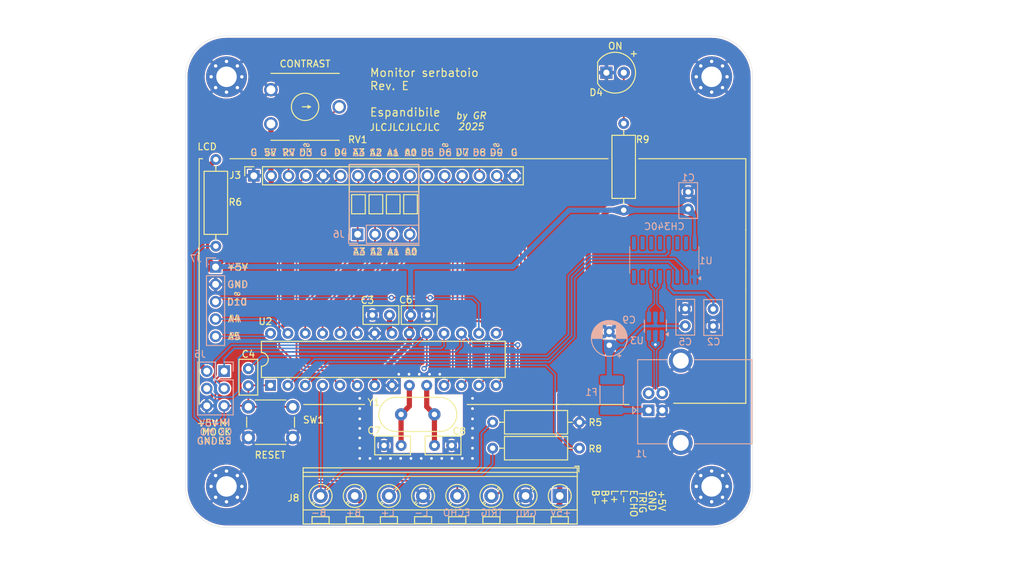
<source format=kicad_pcb>
(kicad_pcb (version 20241229) (generator "pcbnew") (generator_version "9.0")
  (title_block (title "Scheda livello serbatoio") (date "2024-05-05") (rev "D"))
  (layers (0 "F.Cu" signal) (2 "B.Cu" signal) (13 "F.Paste" user) (15 "B.Paste" user) (5 "F.SilkS" user "F.Silkscreen") (7 "B.SilkS" user "B.Silkscreen") (1 "F.Mask" user) (3 "B.Mask" user) (25 "Edge.Cuts" user))
  (net 0 "")
  (net 1 "Net-(U1-V3)")
  (net 2 "Net-(U2-AREF)")
  (net 3 "DTR")
  (net 4 "VDD")
  (net 5 "Net-(D4-A)")
  (net 6 "D12")
  (net 7 "D11")
  (net 8 "V0")
  (net 9 "D3")
  (net 10 "D4")
  (net 11 "DB0")
  (net 12 "DB1")
  (net 13 "DB2")
  (net 14 "DB3")
  (net 15 "D5")
  (net 16 "D6")
  (net 17 "D7")
  (net 18 "D8")
  (net 19 "BLA")
  (net 20 "D2")
  (net 21 "Net-(J1-VBUS)")
  (net 22 "TX")
  (net 23 "RX")
  (net 24 "D13")
  (net 29 "ICSP_RST")
  (net 30 "/X1")
  (net 31 "/X2")
  (net 32 "GND")
  (net 33 "D_IN_-")
  (net 34 "D_IN_+")
  (net 35 "D_OUT_-")
  (net 36 "D_OUT_+")
  (net 37 "D10")
  (net 38 "A5")
  (net 39 "A4")
  (net 40 "A3")
  (net 41 "A2")
  (net 42 "A1")
  (net 43 "A0")
  (net 46 "unconnected-(U1-~{CTS}-Pad9)")
  (net 47 "unconnected-(U1-~{RTS}-Pad14)")
  (net 48 "Net-(J8-Pin_6)")
  (footprint "simboli_custom:Trimmer_ACP_470" (layer "F.Cu") (at 104.5 78.4 -90)
    (property "Reference" "RV1")
    (property "Value" "POT_LCDC")
  )
  (footprint "MountingHole:MountingHole_3mm_Pad_Via" (layer "F.Cu") (at 93 74)
    (property "Reference" "H1" (hide yes))
    (property "Value" "HOLE1")
  )
  (footprint "MountingHole:MountingHole_3mm_Pad_Via" (layer "F.Cu") (at 164 74)
    (property "Reference" "H2" (hide yes))
    (property "Value" "HOLE2")
  )
  (footprint "MountingHole:MountingHole_3mm_Pad_Via" (layer "F.Cu") (at 164 134)
    (property "Reference" "H3" (hide yes))
    (property "Value" "HOLE3")
  )
  (footprint "MountingHole:MountingHole_3mm_Pad_Via" (layer "F.Cu") (at 93 134)
    (property "Reference" "H4" (hide yes))
    (property "Value" "HOLE4")
  )
  (footprint "Package_DIP:DIP-28_W7.62mm" (layer "F.Cu") (at 99.44 119.2 90)
    (property "Reference" "U2")
    (property "Value" "ATmega328P-PU" (hide yes))
  )
  (footprint "simboli_custom:Crystal_TH_AS16_5mm" (layer "F.Cu") (at 120.99 123.45 180)
    (property "Reference" "Y1")
    (property "Value" "16MHz" (hide yes))
  )
  (footprint "Capacitor_THT:C_Disc_D5.0mm_W2.5mm_P2.50mm" (layer "F.Cu") (at 116.85 108.9 180)
    (property "Reference" "C3")
    (property "Value" "100nF" (hide yes))
  )
  (footprint "Capacitor_THT:C_Disc_D5.0mm_W2.5mm_P2.50mm" (layer "F.Cu") (at 116.06 128)
    (property "Reference" "C7")
    (property "Value" "22pF" (hide yes))
  )
  (footprint "Capacitor_THT:C_Disc_D5.0mm_W2.5mm_P2.50mm" (layer "F.Cu") (at 125.94 128 180)
    (property "Reference" "C8")
    (property "Value" "22pF" (hide yes))
  )
  (footprint "LED_THT:LED_D5.0mm" (layer "F.Cu") (at 148.6 73.4)
    (property "Reference" "D4")
    (property "Value" "LED_ON")
  )
  (footprint "Resistor_THT:R_Axial_DIN0309_L9.0mm_D3.2mm_P12.70mm_Horizontal" (layer "F.Cu") (at 91.44 86.11 -90)
    (property "Reference" "R6")
    (property "Value" "10k" (hide yes))
  )
  (footprint "Capacitor_THT:C_Disc_D5.0mm_W2.5mm_P2.50mm" (layer "F.Cu") (at 119.95 108.9)
    (property "Reference" "C6")
    (property "Value" "100nF" (hide yes))
  )
  (footprint "Resistor_THT:R_Axial_DIN0309_L9.0mm_D3.2mm_P12.70mm_Horizontal" (layer "F.Cu") (at 144.65 128.4 180)
    (property "Reference" "R8")
    (property "Value" "330" (hide yes))
  )
  (footprint "Resistor_THT:R_Axial_DIN0309_L9.0mm_D3.2mm_P12.70mm_Horizontal" (layer "F.Cu") (at 151.13 80.84 -90)
    (property "Reference" "R9")
    (property "Value" "5k")
  )
  (footprint "Jumper:SolderJumper-2_P1.3mm_Open_Pad1.0x1.5mm" (layer "F.Cu") (at 114.86 92.67 90)
    (property "Reference" "JP2" (hide yes))
    (property "Value" "A1J")
  )
  (footprint "Connector_PinSocket_2.54mm:PinSocket_1x16_P2.54mm_Vertical" (layer "F.Cu") (at 97 88.5 90)
    (property "Reference" "J3")
    (property "Value" "CONN_LCD")
  )
  (footprint "Jumper:SolderJumper-2_P1.3mm_Open_Pad1.0x1.5mm" (layer "F.Cu") (at 117.4 92.67 90)
    (property "Reference" "JP3" (hide yes))
    (property "Value" "A2J")
  )
  (footprint "Jumper:SolderJumper-2_P1.3mm_Open_Pad1.0x1.5mm" (layer "F.Cu") (at 119.93 92.67 90)
    (property "Reference" "JP4" (hide yes))
    (property "Value" "A3J")
  )
  (footprint "Jumper:SolderJumper-2_P1.3mm_Open_Pad1.0x1.5mm" (layer "F.Cu") (at 112.31 92.67 90)
    (property "Reference" "JP1" (hide yes))
    (property "Value" "A0J")
  )
  (footprint "Capacitor_THT:C_Disc_D5.0mm_W2.5mm_P2.50mm" (layer "F.Cu") (at 96.2 119.25 90)
    (property "Reference" "C4")
    (property "Value" "100nF" (hide yes))
  )
  (footprint "Button_Switch_THT:SW_PUSH_6mm_H5mm" (layer "F.Cu") (at 102.7 126.84 180)
    (property "Reference" "SW1")
    (property "Value" "SW_RST")
  )
  (footprint "Resistor_THT:R_Axial_DIN0309_L9.0mm_D3.2mm_P12.70mm_Horizontal" (layer "F.Cu") (at 131.95 124.6)
    (property "Reference" "R5")
    (property "Value" "10k")
  )
  (footprint "TerminalBlock_RND:TerminalBlock_RND_205-00051_1x08_P5.00mm_Horizontal" (layer "F.Cu") (at 141.77 135.39 180)
    (property "Reference" "J8")
    (property "Value" "Ext_connections" (hide yes))
  )
  (footprint "Connector_PinHeader_2.54mm:PinHeader_2x03_P2.54mm_Vertical" (layer "B.Cu") (at 92.655 117.115 180)
    (property "Reference" "J5")
    (property "Value" "ICSP")
  )
  (footprint "simboli_custom:USB_B_OST_USB-B1HSxx_Horizontal" (layer "B.Cu") (at 154.77 122.85)
    (property "Reference" "J1")
    (property "Value" "USB_B")
  )
  (footprint "Capacitor_THT:C_Disc_D5.0mm_W2.5mm_P2.50mm" (layer "B.Cu") (at 164.22 108.01 -90)
    (property "Reference" "C2")
    (property "Value" "100nF")
  )
  (footprint "Package_TO_SOT_SMD:SOT-23-6_Handsoldering" (layer "B.Cu") (at 155.77 110.52 90)
    (property "Reference" "U3")
    (property "Value" "USBLC6-2SC6")
  )
  (footprint "Capacitor_THT:C_Disc_D5.0mm_W2.5mm_P2.50mm" (layer "B.Cu") (at 160.14 107.97 -90)
    (property "Reference" "C5")
    (property "Value" "100nF")
  )
  (footprint "Connector_PinSocket_2.54mm:PinSocket_1x05_P2.54mm_Vertical" (layer "B.Cu") (at 91.4 101.86 180)
    (property "Reference" "J7")
    (property "Value" "Exp_Analog")
  )
  (footprint "Connector_PinSocket_2.54mm:PinSocket_1x04_P2.54mm_Vertical" (layer "B.Cu") (at 112.2 97.065 -90)
    (property "Reference" "J6")
    (property "Value" "Exp_Analog_2")
  )
  (footprint "Capacitor_THT:C_Disc_D5.0mm_W2.5mm_P2.50mm" (layer "B.Cu") (at 160.57 90.87 -90)
    (property "Reference" "C1")
    (property "Value" "100nF")
  )
  (footprint "Capacitor_THT:CP_Radial_D5.0mm_P2.00mm" (layer "B.Cu") (at 149.017613 113.32 90)
    (property "Reference" "C9")
    (property "Value" "100uF")
  )
  (footprint "simboli_custom:MF-MSMF_1812_4532Metric_Pad1.30x3.40mm_HandSolder" (layer "B.Cu") (at 149.37 120.62 -90)
    (property "Reference" "F1")
    (property "Value" "MF-MSMF050-2")
  )
  (footprint "Package_SO:SOIC-16_3.9x9.9mm_P1.27mm" (layer "B.Cu") (at 157.07 100.82 90)
    (property "Reference" "U1")
    (property "Value" "CH340C")
  )
  (gr_line (start 121.205 98.66) (end 111.025 98.66) (stroke (width 0.16)) (layer "F.SilkS"))
  (gr_line (start 110.98 86.87) (end 121.14 86.88) (stroke (width 0.16)) (layer "F.SilkS"))
  (gr_line (start 121.14 86.88) (end 121.14 90.13) (stroke (width 0.16)) (layer "F.SilkS"))
  (gr_line (start 121.14 90.85) (end 110.96 90.85) (stroke (width 0.16)) (layer "F.SilkS"))
  (gr_line (start 110.96 90.13) (end 110.96 86.87) (stroke (width 0.16)) (layer "F.SilkS"))
  (gr_arc (start 105.1 84) (mid 104.9 84.2) (end 104.7 84) (stroke (width 0.16)) (layer "F.SilkS"))
  (gr_arc (start 104.3 84) (mid 104.5 83.8) (end 104.7 84) (stroke (width 0.16)) (layer "F.SilkS"))
  (gr_line (start 169 105.12) (end 169 113.12) (stroke (width 0.16)) (layer "F.SilkS"))
  (gr_line (start 121.14 86.86) (end 121.14 90.12) (stroke (width 0.16)) (layer "F.SilkS"))
  (gr_arc (start 132.9 84) (mid 132.7 84.2) (end 132.5 84) (stroke (width 0.16)) (layer "F.SilkS"))
  (gr_line (start 89 86) (end 89 122) (stroke (width 0.16)) (layer "F.SilkS"))
  (gr_line (start 121.14 97.85) (end 121.14 90.84) (stroke (width 0.16)) (layer "F.SilkS"))
  (gr_line (start 128.2 122) (end 134.4 122) (stroke (width 0.16)) (layer "F.SilkS"))
  (gr_line (start 142.85 122) (end 151.913402 122) (stroke (width 0.16)) (layer "F.SilkS"))
  (gr_line (start 165.3 121.82) (end 169 121.82) (stroke (width 0.16)) (layer "F.SilkS"))
  (gr_line (start 110.96 86.86) (end 121.13 86.86) (stroke (width 0.16)) (layer "F.SilkS"))
  (gr_line (start 110.96 90.12) (end 110.96 86.86) (stroke (width 0.16)) (layer "F.SilkS"))
  (gr_line (start 169 102.32) (end 169 105.12) (stroke (width 0.16)) (layer "F.SilkS"))
  (gr_arc (start 132.1 84) (mid 132.3 83.8) (end 132.5 84) (stroke (width 0.16)) (layer "F.SilkS"))
  (gr_line (start 134.4 122) (end 142.6 122) (stroke (width 0.16)) (layer "F.SilkS"))
  (gr_line (start 93.5 86) (end 148.84 86) (stroke (width 0.16)) (layer "F.SilkS"))
  (gr_line (start 104.3 122) (end 113.2 122) (stroke (width 0.16)) (layer "F.SilkS"))
  (gr_line (start 110.96 90.13) (end 110.96 90.85) (stroke (width 0.16)) (layer "F.SilkS"))
  (gr_arc (start 124.6 84) (mid 124.8 83.8) (end 125 84) (stroke (width 0.16)) (layer "F.SilkS"))
  (gr_arc (start 125.4 84) (mid 125.2 84.2) (end 125 84) (stroke (width 0.16)) (layer "F.SilkS"))
  (gr_line (start 169 86) (end 169 96.5) (stroke (width 0.16)) (layer "F.SilkS"))
  (gr_arc (start 94.17 105.8) (mid 94.37 105.6) (end 94.57 105.8) (stroke (width 0.16)) (layer "F.SilkS"))
  (gr_line (start 169 96.32) (end 169 102.32) (stroke (width 0.16)) (layer "F.SilkS"))
  (gr_line (start 110.96 90.85) (end 110.96 97.85) (stroke (width 0.16)) (layer "F.SilkS"))
  (gr_line (start 158.44 121.82) (end 165.28 121.82) (stroke (width 0.16)) (layer "F.SilkS"))
  (gr_line (start 169 113.12) (end 169 121.82) (stroke (width 0.16)) (layer "F.SilkS"))
  (gr_arc (start 94.97 105.8) (mid 94.77 106) (end 94.57 105.8) (stroke (width 0.16)) (layer "F.SilkS"))
  (gr_line (start 89 86) (end 89.5 86) (stroke (width 0.16)) (layer "F.SilkS"))
  (gr_line (start 142.6 122) (end 143.1 122) (stroke (width 0.16)) (layer "F.SilkS"))
  (gr_line (start 121.14 90.84) (end 110.96 90.84) (stroke (width 0.16)) (layer "F.SilkS"))
  (gr_line (start 121.14 90.12) (end 121.14 90.85) (stroke (width 0.16)) (layer "F.SilkS"))
  (gr_line (start 169 86) (end 153.3 86) (stroke (width 0.16)) (layer "F.SilkS"))
  (gr_arc (start 104.7 84) (mid 104.5 84.2) (end 104.3 84) (stroke (width 0.15)) (layer "B.SilkS"))
  (gr_arc (start 104.7 84) (mid 104.9 83.8) (end 105.1 84) (stroke (width 0.15)) (layer "B.SilkS"))
  (gr_line (start 110.96 90.13) (end 110.96 86.87) (stroke (width 0.15)) (layer "B.SilkS"))
  (gr_line (start 121.14 86.87) (end 121.14 90.13) (stroke (width 0.15)) (layer "B.SilkS"))
  (gr_line (start 110.96 90.83) (end 110.96 97.84) (stroke (width 0.15)) (layer "B.SilkS"))
  (gr_arc (start 132.5 84) (mid 132.3 84.2) (end 132.1 84) (stroke (width 0.15)) (layer "B.SilkS"))
  (gr_arc (start 94.57 105.8) (mid 94.77 105.6) (end 94.97 105.8) (stroke (width 0.15)) (layer "B.SilkS"))
  (gr_line (start 110.97 86.87) (end 121.14 86.87) (stroke (width 0.15)) (layer "B.SilkS"))
  (gr_arc (start 94.57 105.8) (mid 94.37 106) (end 94.17 105.8) (stroke (width 0.15)) (layer "B.SilkS"))
  (gr_arc (start 132.5 84) (mid 132.7 83.8) (end 132.9 84) (stroke (width 0.15)) (layer "B.SilkS"))
  (gr_line (start 121.14 90.85) (end 110.96 90.85) (stroke (width 0.15)) (layer "B.SilkS"))
  (gr_line (start 121.205 98.65) (end 111.025 98.65) (stroke (width 0.15)) (layer "B.SilkS"))
  (gr_arc (start 125 84) (mid 125.2 83.8) (end 125.4 84) (stroke (width 0.15)) (layer "B.SilkS"))
  (gr_arc (start 125 84) (mid 124.8 84.2) (end 124.6 84) (stroke (width 0.15)) (layer "B.SilkS"))
  (gr_line (start 121.14 97.84) (end 121.14 90.84) (stroke (width 0.15)) (layer "B.SilkS"))
  (gr_line (start 87 74) (end 87 134) (stroke (width 0.05)) (layer "Edge.Cuts"))
  (gr_line (start 93 140) (end 164 140) (stroke (width 0.05)) (layer "Edge.Cuts"))
  (gr_line (start 170 134) (end 170 74) (stroke (width 0.05)) (layer "Edge.Cuts"))
  (gr_line (start 93 68) (end 164 68) (stroke (width 0.05)) (layer "Edge.Cuts"))
  (gr_arc (start 87 74) (mid 88.757359 69.757359) (end 93 68) (stroke (width 0.05)) (layer "Edge.Cuts"))
  (gr_arc (start 164 68) (mid 168.242641 69.757359) (end 170 74) (stroke (width 0.05)) (layer "Edge.Cuts"))
  (gr_arc (start 170 134) (mid 168.242641 138.242641) (end 164 140) (stroke (width 0.05)) (layer "Edge.Cuts"))
  (gr_arc (start 93 140) (mid 88.757359 138.242641) (end 87 134) (stroke (width 0.05)) (layer "Edge.Cuts"))
  (gr_text "by GR\n2025" (at 128.8 80.5 0) (layer "F.SilkS") (effects (font (size 1 1) (thickness 0.16) (italic yes))))
  (gr_text "A3" (at 112.38 85.1 0) (layer "F.SilkS") (effects (font (size 1 1) (thickness 0.16))))
  (gr_text "A2" (at 114.88 85.1 0) (layer "F.SilkS") (effects (font (size 1 1) (thickness 0.16))))
  (gr_text "A1" (at 117.38 85.1 0) (layer "F.SilkS") (effects (font (size 1 1) (thickness 0.16))))
  (gr_text "A0" (at 119.98 85.1 0) (layer "F.SilkS") (effects (font (size 1 1) (thickness 0.16))))
  (gr_text "CONTRAST" (at 104.5 72.1 0) (layer "F.SilkS") (effects (font (size 1 1) (thickness 0.16))))
  (gr_text "Monitor serbatoio\nRev. E\n\nEspandibile" (at 113.9 76.3 0) (layer "F.SilkS") (effects (font (size 1.2 1.2) (thickness 0.16)) (justify left)))
  (gr_text "D5" (at 122.4 85.1 0) (layer "F.SilkS") (effects (font (size 1 1) (thickness 0.16))))
  (gr_text "D6" (at 125 85.1 0) (layer "F.SilkS") (effects (font (size 1 1) (thickness 0.16))))
  (gr_text "D7" (at 127.5 85.1 0) (layer "F.SilkS") (effects (font (size 1 1) (thickness 0.16))))
  (gr_text "D8" (at 130 85.1 0) (layer "F.SilkS") (effects (font (size 1 1) (thickness 0.16))))
  (gr_text "D9" (at 132.5 85.1 0) (layer "F.SilkS") (effects (font (size 1 1) (thickness 0.16))))
  (gr_text "G" (at 135.1 85.1 0) (layer "F.SilkS") (effects (font (size 1 1) (thickness 0.16))))
  (gr_text "D4" (at 109.7 85.1 0) (layer "F.SilkS") (effects (font (size 1 1) (thickness 0.16))))
  (gr_text "G" (at 107.2 85.1 0) (layer "F.SilkS") (effects (font (size 1 1) (thickness 0.16))))
  (gr_text "D3" (at 104.6 85.1 0) (layer "F.SilkS") (effects (font (size 1 1) (thickness 0.16))))
  (gr_text "RV" (at 102.1 85.1 0) (layer "F.SilkS") (effects (font (size 1 1) (thickness 0.16))))
  (gr_text "5V" (at 99.4 85.1 0) (layer "F.SilkS") (effects (font (size 1 1) (thickness 0.16))))
  (gr_text "L-" (at 151.2 135.5 270) (layer "F.SilkS") (effects (font (size 1 1) (thickness 0.16))))
  (gr_text "B-" (at 147.01 135.61 270) (layer "F.SilkS") (effects (font (size 1 1) (thickness 0.16))))
  (gr_text "L+" (at 149.81 135.51 270) (layer "F.SilkS") (effects (font (size 1 1) (thickness 0.16))))
  (gr_text "+5V" (at 156.7 136.1 270) (layer "F.SilkS") (effects (font (size 1 1) (thickness 0.16))))
  (gr_text "G" (at 97 85.1 0) (layer "F.SilkS") (effects (font (size 1 1) (thickness 0.16))))
  (gr_text "B+" (at 148.41 135.61 270) (layer "F.SilkS") (effects (font (size 1 1) (thickness 0.16))))
  (gr_text "RS" (at 92.73 127.32 0) (layer "F.SilkS") (effects (font (size 1 1) (thickness 0.16))))
  (gr_text "A4" (at 94.12 109.46 0) (layer "F.SilkS") (effects (font (size 1 1) (thickness 0.16))))
  (gr_text "CK" (at 92.690952 126.01 0) (layer "F.SilkS") (effects (font (size 1 1) (thickness 0.16))))
  (gr_text "A5" (at 94.12 112.02 0) (layer "F.SilkS") (effects (font (size 1 1) (thickness 0.16))))
  (gr_text "MI" (at 92.740952 124.67 0) (layer "F.SilkS") (effects (font (size 1 1) (thickness 0.16))))
  (gr_text "A2" (at 114.945 99.63 0) (layer "F.SilkS") (effects (font (size 1 1) (thickness 0.16))))
  (gr_text "TRIG" (at 153.9 136.3 270) (layer "F.SilkS") (effects (font (size 1 1) (thickness 0.16))))
  (gr_text "ON" (at 149.9 69.5 0) (layer "F.SilkS") (effects (font (size 1 1) (thickness 0.16))))
  (gr_text "GND" (at 94.64 104.42 0) (layer "F.SilkS") (effects (font (size 1 1) (thickness 0.16))))
  (gr_text "ECHO" (at 152.58 136.5 270) (layer "F.SilkS") (effects (font (size 1 1) (thickness 0.16))))
  (gr_text "A0" (at 120.045 99.63 0) (layer "F.SilkS") (effects (font (size 1 1) (thickness 0.16))))
  (gr_text "LCD" (at 90.16 84.24 0) (layer "F.SilkS") (effects (font (size 1 1) (thickness 0.16))))
  (gr_text "GND\n" (at 90.189048 127.36 0) (layer "F.SilkS") (effects (font (size 1 1) (thickness 0.16))))
  (gr_text "+5V" (at 94.59 101.89 0) (layer "F.SilkS") (effects (font (size 1 1) (thickness 0.16))))
  (gr_text "+" (at 152.61 70.56 0) (layer "F.SilkS") (effects (font (size 1 1) (thickness 0.16))))
  (gr_text "D10" (at 94.52 106.99 0) (layer "F.SilkS") (effects (font (size 1 1) (thickness 0.16))))
  (gr_text "JLCJLCJLCJLC" (at 119.1 81.4 0) (layer "F.SilkS") (effects (font (size 1 1) (thickness 0.16))))
  (gr_text "A3" (at 112.445 99.63 0) (layer "F.SilkS") (effects (font (size 1 1) (thickness 0.16))))
  (gr_text "MO" (at 90.48 126.04 0) (layer "F.SilkS") (effects (font (size 1 1) (thickness 0.16))))
  (gr_text "A1" (at 117.445 99.63 0) (layer "F.SilkS") (effects (font (size 1 1) (thickness 0.16))))
  (gr_text "RESET" (at 99.4 129.4 0) (layer "F.SilkS") (effects (font (size 1 1) (thickness 0.16))))
  (gr_text "+5V\n" (at 90.18 124.72 0) (layer "F.SilkS") (effects (font (size 1 1) (thickness 0.16))))
  (gr_text "GND" (at 155.3 136.1 270) (layer "F.SilkS") (effects (font (size 1 1) (thickness 0.16))))
  (gr_text "L+" (at 116.61 137.85 0) (layer "B.SilkS") (effects (font (size 1 1)) (justify mirror)))
  (gr_text "B-" (at 106.51 137.85 0) (layer "B.SilkS") (effects (font (size 1 1)) (justify mirror)))
  (gr_text "MO" (at 90.2 126.02 0) (layer "B.SilkS") (effects (font (size 1 1)) (justify mirror)))
  (gr_text "A5" (at 94.18 112.02 0) (layer "B.SilkS") (effects (font (size 1 1)) (justify mirror)))
  (gr_text "A4" (at 94.24 109.46 0) (layer "B.SilkS") (effects (font (size 1 1)) (justify mirror)))
  (gr_text "D10" (at 94.6 106.99 0) (layer "B.SilkS") (effects (font (size 1 1)) (justify mirror)))
  (gr_text "A3" (at 112.3 85.1 0) (layer "B.SilkS") (effects (font (size 1 1)) (justify mirror)))
  (gr_text "A2" (at 114.8 85.1 0) (layer "B.SilkS") (effects (font (size 1 1)) (justify mirror)))
  (gr_text "A1" (at 117.3 85.1 0) (layer "B.SilkS") (effects (font (size 1 1)) (justify mirror)))
  (gr_text "A0" (at 119.9 85.1 0) (layer "B.SilkS") (effects (font (size 1 1)) (justify mirror)))
  (gr_text "GND" (at 94.64 104.41 0) (layer "B.SilkS") (effects (font (size 1 1)) (justify mirror)))
  (gr_text "+5V" (at 94.77 101.89 0) (layer "B.SilkS") (effects (font (size 1 1)) (justify mirror)))
  (gr_text "L-" (at 121.54 137.85 0) (layer "B.SilkS") (effects (font (size 1 1)) (justify mirror)))
  (gr_text "+5V\n" (at 90.5 124.7 0) (layer "B.SilkS") (effects (font (size 1 1)) (justify mirror)))
  (gr_text "GND\n" (at 90.159048 127.35 0) (layer "B.SilkS") (effects (font (size 1 1)) (justify mirror)))
  (gr_text "D5" (at 122.4 85.1 0) (layer "B.SilkS") (effects (font (size 1 1)) (justify mirror)))
  (gr_text "RV" (at 102.1 85.1 0) (layer "B.SilkS") (effects (font (size 1 1)) (justify mirror)))
  (gr_text "5V" (at 99.4 85.1 0) (layer "B.SilkS") (effects (font (size 1 1)) (justify mirror)))
  (gr_text "D6" (at 125 85.1 0) (layer "B.SilkS") (effects (font (size 1 1)) (justify mirror)))
  (gr_text "D9" (at 132.5 85.1 0) (layer "B.SilkS") (effects (font (size 1 1)) (justify mirror)))
  (gr_text "G" (at 135.1 85.1 0) (layer "B.SilkS") (effects (font (size 1 1)) (justify mirror)))
  (gr_text "D8" (at 130 85.1 0) (layer "B.SilkS") (effects (font (size 1 1)) (justify mirror)))
  (gr_text "D3" (at 104.6 85.1 0) (layer "B.SilkS") (effects (font (size 1 1)) (justify mirror)))
  (gr_text "D7" (at 127.5 85.1 0) (layer "B.SilkS") (effects (font (size 1 1)) (justify mirror)))
  (gr_text "D4" (at 109.7 85.1 0) (layer "B.SilkS") (effects (font (size 1 1)) (justify mirror)))
  (gr_text "G" (at 107.2 85.1 0) (layer "B.SilkS") (effects (font (size 1 1)) (justify mirror)))
  (gr_text "G" (at 97 85.1 0) (layer "B.SilkS") (effects (font (size 1 1)) (justify mirror)))
  (gr_text "A2" (at 114.865 99.63 0) (layer "B.SilkS") (effects (font (size 1 1)) (justify mirror)))
  (gr_text "A0" (at 119.965 99.63 0) (layer "B.SilkS") (effects (font (size 1 1)) (justify mirror)))
  (gr_text "RS" (at 92.799048 127.32 0) (layer "B.SilkS") (effects (font (size 1 1) (thickness 0.15) (bold yes)) (justify mirror)))
  (gr_text "A3" (at 112.365 99.63 0) (layer "B.SilkS") (effects (font (size 1 1)) (justify mirror)))
  (gr_text "ECHO" (at 126.69 137.85 0) (layer "B.SilkS") (effects (font (size 1 1)) (justify mirror)))
  (gr_text "MI" (at 92.79 124.67 0) (layer "B.SilkS") (effects (font (size 1 1)) (justify mirror)))
  (gr_text "A1" (at 117.365 99.63 0) (layer "B.SilkS") (effects (font (size 1 1)) (justify mirror)))
  (gr_text "GND\n" (at 136.87 137.94 0) (layer "B.SilkS") (effects (font (size 1 1) (thickness 0.15) (bold yes)) (justify mirror)))
  (gr_text "TRIG" (at 131.82 137.85 0) (layer "B.SilkS") (effects (font (size 1 1)) (justify mirror)))
  (gr_text "CK" (at 92.84 126.01 0) (layer "B.SilkS") (effects (font (size 1 1)) (justify mirror)))
  (gr_text "B+" (at 111.6 137.85 0) (layer "B.SilkS") (effects (font (size 1 1)) (justify mirror)))
  (gr_text "+5V" (at 141.92 137.85 0) (layer "B.SilkS") (effects (font (size 1 1)) (justify mirror)))
  (segment (start 157.705 103.295) (end 157.705 104.875) (width 0.381) (layer "B.Cu") (net 1))
  (segment (start 163.17 105.64) (end 164.26 106.73) (width 0.381) (layer "B.Cu") (net 1))
  (segment (start 158.47 105.64) (end 163.17 105.64) (width 0.381) (layer "B.Cu") (net 1))
  (segment (start 164.26 107.97) (end 164.22 108.01) (width 0.381) (layer "B.Cu") (net 1))
  (segment (start 164.26 106.73) (end 164.26 107.97) (width 0.381) (layer "B.Cu") (net 1))
  (segment (start 157.705 104.875) (end 158.47 105.64) (width 0.381) (layer "B.Cu") (net 1))
  (segment (start 116.85 111.21) (end 117.22 111.58) (width 0.762) (layer "F.Cu") (net 2))
  (segment (start 116.85 108.9) (end 116.85 111.21) (width 0.762) (layer "F.Cu") (net 2))
  (segment (start 139.907532 114.879) (end 143.045 111.741532) (width 0.254) (layer "B.Cu") (net 3))
  (segment (start 157.29 100.2) (end 157.705 99.785) (width 0.254) (layer "B.Cu") (net 3))
  (segment (start 98.071 114.879) (end 139.907532 114.879) (width 0.254) (layer "B.Cu") (net 3))
  (segment (start 96.2 116.75) (end 98.071 114.879) (width 0.254) (layer "B.Cu") (net 3))
  (segment (start 157.705 99.785) (end 157.705 98.345) (width 0.254) (layer "B.Cu") (net 3))
  (segment (start 143.045 103.16948) (end 146.014481 100.2) (width 0.254) (layer "B.Cu") (net 3))
  (segment (start 146.014481 100.2) (end 157.29 100.2) (width 0.254) (layer "B.Cu") (net 3))
  (segment (start 143.045 111.741532) (end 143.045 103.16948) (width 0.254) (layer "B.Cu") (net 3))
  (segment (start 114.68 119.2) (end 114.68 118.21) (width 0.762) (layer "F.Cu") (net 4))
  (segment (start 119.76 113.13) (end 119.76 111.58) (width 0.762) (layer "F.Cu") (net 4))
  (segment (start 114.68 118.21) (end 119.76 113.13) (width 0.762) (layer "F.Cu") (net 4))
  (segment (start 99.5 80.9) (end 99.5 88.46) (width 0.762) (layer "F.Cu") (net 4))
  (segment (start 90.115 117.115) (end 89.37 116.37) (width 0.762) (layer "F.Cu") (net 4))
  (segment (start 119.95 111.39) (end 119.76 111.58) (width 0.762) (layer "F.Cu") (net 4))
  (segment (start 89.4 99.86) (end 89.4 88.15) (width 0.762) (layer "F.Cu") (net 4))
  (segment (start 99.54 93.76) (end 91.44 101.86) (width 0.762) (layer "F.Cu") (net 4))
  (segment (start 140.7 137.7) (end 141.77 136.63) (width 0.762) (layer "F.Cu") (net 4))
  (segment (start 91.44 101.86) (end 91.4 101.86) (width 0.762) (layer "F.Cu") (net 4))
  (segment (start 145.94 111.03) (end 148.23 113.32) (width 0.762) (layer "F.Cu") (net 4))
  (segment (start 141.77 120.567613) (end 149.017613 113.32) (width 0.762) (layer "F.Cu") (net 4))
  (segment (start 151.13 93.54) (end 148.9 93.54) (width 0.762) (layer "F.Cu") (net 4))
  (segment (start 89.37 116.37) (end 89.37 103.09) (width 0.762) (layer "F.Cu") (net 4))
  (segment (start 89.37 103.09) (end 90.6 101.86) (width 0.762) (layer "F.Cu") (net 4))
  (segment (start 148.9 93.54) (end 145.94 96.5) (width 0.762) (layer "F.Cu") (net 4))
  (segment (start 111.77 135.39) (end 114.08 137.7) (width 0.762) (layer "F.Cu") (net 4))
  (segment (start 145.94 96.5) (end 145.94 111.03) (width 0.762) (layer "F.Cu") (net 4))
  (segment (start 91.4 101.86) (end 89.4 99.86) (width 0.762) (layer "F.Cu") (net 4))
  (segment (start 114.08 137.7) (end 140.7 137.7) (width 0.762) (layer "F.Cu") (net 4))
  (segment (start 141.77 135.39) (end 141.77 120.567613) (width 0.762) (layer "F.Cu") (net 4))
  (segment (start 99.54 88.5) (end 99.54 93.76) (width 0.762) (layer "F.Cu") (net 4))
  (segment (start 99.5 88.46) (end 99.54 88.5) (width 0.762) (layer "F.Cu") (net 4))
  (segment (start 90.6 101.86) (end 91.4 101.86) (width 0.762) (layer "F.Cu") (net 4))
  (segment (start 119.95 108.9) (end 119.95 111.39) (width 0.762) (layer "F.Cu") (net 4))
  (segment (start 148.23 113.32) (end 149.017613 113.32) (width 0.762) (layer "F.Cu") (net 4))
  (segment (start 141.77 136.63) (end 141.77 135.39) (width 0.762) (layer "F.Cu") (net 4))
  (segment (start 89.4 88.15) (end 91.44 86.11) (width 0.762) (layer "F.Cu") (net 4))
  (segment (start 143.16 93.54) (end 134.89 101.81) (width 0.762) (layer "B.Cu") (net 4))
  (segment (start 155.49 110.51) (end 155.77 110.23) (width 0.381) (layer "B.Cu") (net 4))
  (segment (start 99.5 88.46) (end 99.54 88.5) (width 0.762) (layer "B.Cu") (net 4))
  (segment (start 151.13 93.54) (end 143.16 93.54) (width 0.762) (layer "B.Cu") (net 4))
  (segment (start 120.34 101.81) (end 119.95 102.2) (width 0.762) (layer "B.Cu") (net 4))
  (segment (start 120.34 101.81) (end 119.4 101.81) (width 0.762) (layer "B.Cu") (net 4))
  (segment (start 119.95 111.39) (end 119.76 111.58) (width 0.762) (layer "B.Cu") (net 4))
  (segment (start 119.95 108.9) (end 119.95 102.2) (width 0.762) (layer "B.Cu") (net 4))
  (segment (start 119.4 101.81) (end 119.56 101.81) (width 0.762) (layer "B.Cu") (net 4))
  (segment (start 119.95 108.9) (end 120.095 108.755) (width 0.762) (layer "B.Cu") (net 4))
  (segment (start 155.77 110.08) (end 155.77 110.23) (width 0.381) (layer "B.Cu") (net 4))
  (segment (start 153.94 110.51) (end 155.39 110.51) (width 0.381) (layer "B.Cu") (net 4))
  (segment (start 151.13 113.32) (end 153.94 110.51) (width 0.381) (layer "B.Cu") (net 4))
  (segment (start 155.77 110.27) (end 155.77 110.08) (width 0.381) (layer "B.Cu") (net 4))
  (segment (start 161.515 94.315) (end 160.57 93.37) (width 0.381) (layer "B.Cu") (net 4))
  (segment (start 159.73 110.51) (end 160.07 110.17) (width 0.381) (layer "B.Cu") (net 4))
  (segment (start 155.77 110.27) (end 155.77 110.5) (width 0.381) (layer "B.Cu") (net 4))
  (segment (start 155.39 110.51) (end 155.49 110.51) (width 0.381) (layer "B.Cu") (net 4))
  (segment (start 161.515 98.345) (end 161.515 94.315) (width 0.381) (layer "B.Cu") (net 4))
  (segment (start 119.56 101.81) (end 119.95 102.2) (width 0.762) (layer "B.Cu") (net 4))
  (segment (start 155.39 110.51) (end 155.76 110.51) (width 0.381) (layer "B.Cu") (net 4))
  (segment (start 134.89 101.81) (end 120.34 101.81) (width 0.762) (layer "B.Cu") (net 4))
  (segment (start 149.01 113.327613) (end 149.017613 113.32) (width 0.762) (layer "B.Cu") (net 4))
  (segment (start 155.77 109.17) (end 155.77 110.27) (width 0.381) (layer "B.Cu") (net 4))
  (segment (start 156.05 110.51) (end 159.73 110.51) (width 0.381) (layer "B.Cu") (net 4))
  (segment (start 151.13 93.54) (end 160.4 93.54) (width 0.762) (layer "B.Cu") (net 4))
  (segment (start 99.54 80.94) (end 99.5 80.9) (width 0.762) (layer "B.Cu") (net 4))
  (segment (start 160.4 93.54) (end 160.57 93.37) (width 0.762) (layer "B.Cu") (net 4))
  (segment (start 155.77 110.5) (end 155.76 110.51) (width 0.381) (layer "B.Cu") (net 4))
  (segment (start 91.45 101.81) (end 91.4 101.86) (width 0.762) (layer "B.Cu") (net 4))
  (segment (start 149.017613 113.32) (end 151.13 113.32) (width 0.381) (layer "B.Cu") (net 4))
  (segment (start 155.76 110.51) (end 156.05 110.51) (width 0.381) (layer "B.Cu") (net 4))
  (segment (start 119.4 101.81) (end 91.45 101.81) (width 0.762) (layer "B.Cu") (net 4))
  (segment (start 155.77 110.23) (end 156.05 110.51) (width 0.381) (layer "B.Cu") (net 4))
  (segment (start 149.01 118.035) (end 149.01 113.327613) (width 0.762) (layer "B.Cu") (net 4))
  (segment (start 160.54 93.34) (end 160.57 93.37) (width 0.762) (layer "B.Cu") (net 4))
  (segment (start 151.14 73.4) (end 151.14 80.65) (width 0.254) (layer "F.Cu") (net 5))
  (segment (start 151.14 80.65) (end 151.19 80.7) (width 0.254) (layer "B.Cu") (net 5))
  (segment (start 98.51 133.17) (end 126.3 133.17) (width 0.254) (layer "F.Cu") (net 6))
  (segment (start 126.77 133.64) (end 126.77 135.39) (width 0.254) (layer "F.Cu") (net 6))
  (segment (start 91.38 118.39) (end 91.38 126.04) (width 0.254) (layer "F.Cu") (net 6))
  (segment (start 91.38 126.04) (end 98.51 133.17) (width 0.254) (layer "F.Cu") (net 6))
  (segment (start 127.01 135.39) (end 126.77 135.39) (width 0.254) (layer "F.Cu") (net 6))
  (segment (start 92.655 117.115) (end 91.38 118.39) (width 0.254) (layer "F.Cu") (net 6))
  (segment (start 126.3 133.17) (end 126.77 133.64) (width 0.254) (layer "F.Cu") (net 6))
  (segment (start 124.84 113.38) (end 124.84 111.58) (width 0.254) (layer "B.Cu") (net 6))
  (segment (start 92.655 117.115) (end 92.655 115.295) (width 0.254) (layer "B.Cu") (net 6))
  (segment (start 124.43 113.79) (end 124.84 113.38) (width 0.254) (layer "B.Cu") (net 6))
  (segment (start 94.16 113.79) (end 124.43 113.79) (width 0.254) (layer "B.Cu") (net 6))
  (segment (start 92.655 115.295) (end 94.16 113.79) (width 0.254) (layer "B.Cu") (net 6))
  (segment (start 135.62 132.18) (end 132.41 135.39) (width 0.254) (layer "F.Cu") (net 7))
  (segment (start 132.41 135.39) (end 131.77 135.39) (width 0.254) (layer "F.Cu") (net 7))
  (segment (start 135.62 113.27) (end 135.62 132.18) (width 0.254) (layer "F.Cu") (net 7))
  (via (at 135.62 113.27) (size 0.8) (drill 0.4) (layers "F.Cu" "B.Cu") (net 7))
  (segment (start 90.115 119.655) (end 91.38 120.92) (width 0.254) (layer "B.Cu") (net 7))
  (segment (start 135.62 113.27) (end 129.07 113.27) (width 0.254) (layer "B.Cu") (net 7))
  (segment (start 94.73 120.02) (end 94.73 115.26) (width 0.254) (layer "B.Cu") (net 7))
  (segment (start 94.73 115.26) (end 95.7 114.29) (width 0.254) (layer "B.Cu") (net 7))
  (segment (start 93.83 120.92) (end 94.73 120.02) (width 0.254) (layer "B.Cu") (net 7))
  (segment (start 91.38 120.92) (end 93.83 120.92) (width 0.254) (layer "B.Cu") (net 7))
  (segment (start 129.07 113.27) (end 127.38 111.58) (width 0.254) (layer "B.Cu") (net 7))
  (segment (start 126.53 114.29) (end 127.38 113.44) (width 0.254) (layer "B.Cu") (net 7))
  (segment (start 127.38 113.44) (end 127.38 111.58) (width 0.254) (layer "B.Cu") (net 7))
  (segment (start 95.7 114.29) (end 126.53 114.29) (width 0.254) (layer "B.Cu") (net 7))
  (segment (start 102.08 88.5) (end 102.08 85.82) (width 0.254) (layer "F.Cu") (net 8))
  (segment (start 102.08 85.82) (end 109.5 78.4) (width 0.254) (layer "F.Cu") (net 8))
  (segment (start 107.4 117) (end 109.6 119.2) (width 0.254) (layer "F.Cu") (net 9))
  (segment (start 104.62 88.5) (end 100.71 92.41) (width 0.254) (layer "F.Cu") (net 9))
  (segment (start 104.199819 117) (end 107.4 117) (width 0.254) (layer "F.Cu") (net 9))
  (segment (start 100.71 92.41) (end 100.71 113.510181) (width 0.254) (layer "F.Cu") (net 9))
  (segment (start 100.71 113.510181) (end 104.199819 117) (width 0.254) (layer "F.Cu") (net 9))
  (segment (start 103.25 115.18) (end 104.57 116.5) (width 0.254) (layer "F.Cu") (net 10))
  (segment (start 109.7 88.5) (end 103.25 94.95) (width 0.254) (layer "F.Cu") (net 10))
  (segment (start 104.57 116.5) (end 109.44 116.5) (width 0.254) (layer "F.Cu") (net 10))
  (segment (start 103.25 94.95) (end 103.25 115.18) (width 0.254) (layer "F.Cu") (net 10))
  (segment (start 109.44 116.5) (end 112.14 119.2) (width 0.254) (layer "F.Cu") (net 10))
  (segment (start 112.31 92.02) (end 112.31 88.57) (width 0.254) (layer "F.Cu") (net 11))
  (segment (start 112.31 88.57) (end 112.24 88.5) (width 0.254) (layer "F.Cu") (net 11))
  (segment (start 112.24 91.95) (end 112.31 92.02) (width 0.254) (layer "F.Cu") (net 11))
  (segment (start 114.86 92.02) (end 114.86 88.58) (width 0.254) (layer "F.Cu") (net 12))
  (segment (start 114.86 88.58) (end 114.78 88.5) (width 0.254) (layer "F.Cu") (net 12))
  (segment (start 114.78 91.94) (end 114.86 92.02) (width 0.254) (layer "F.Cu") (net 12))
  (segment (start 117.4 92.02) (end 117.4 88.58) (width 0.254) (layer "F.Cu") (net 13))
  (segment (start 117.32 91.94) (end 117.4 92.02) (width 0.254) (layer "F.Cu") (net 13))
  (segment (start 117.4 88.58) (end 117.32 88.5) (width 0.254) (layer "F.Cu") (net 13))
  (segment (start 119.86 88.5) (end 119.86 91.95) (width 0.254) (layer "F.Cu") (net 14))
  (segment (start 119.86 91.95) (end 119.93 92.02) (width 0.254) (layer "F.Cu") (net 14))
  (segment (start 125.34 90.72) (end 123.24 90.72) (width 0.254) (layer "F.Cu") (net 15))
  (segment (start 126.12 117.92) (end 126.12 91.5) (width 0.254) (layer "F.Cu") (net 15))
  (segment (start 126.12 91.5) (end 125.34 90.72) (width 0.254) (layer "F.Cu") (net 15))
  (segment (start 123.24 90.72) (end 122.4 89.88) (width 0.254) (layer "F.Cu") (net 15))
  (segment (start 124.84 119.2) (end 126.12 117.92) (width 0.254) (layer "F.Cu") (net 15))
  (segment (start 122.4 89.88) (end 122.4 88.5) (width 0.254) (layer "F.Cu") (net 15))
  (segment (start 124.94 89.24) (end 124.94 88.5) (width 0.254) (layer "F.Cu") (net 16))
  (segment (start 126.8 108.73) (end 126.8 91.1) (width 0.254) (layer "F.Cu") (net 16))
  (segment (start 128.65 117.93) (end 128.65 110.58) (width 0.254) (layer "F.Cu") (net 16))
  (segment (start 128.65 110.58) (end 126.8 108.73) (width 0.254) (layer "F.Cu") (net 16))
  (segment (start 126.8 91.1) (end 124.94 89.24) (width 0.254) (layer "F.Cu") (net 16))
  (segment (start 127.38 119.2) (end 128.65 117.93) (width 0.254) (layer "F.Cu") (net 16))
  (segment (start 127.5 88.52) (end 127.48 88.5) (width 0.254) (layer "F.Cu") (net 17))
  (segment (start 130.12 109.78) (end 128.62 109.78) (width 0.254) (layer "F.Cu") (net 17))
  (segment (start 131.2 117.92) (end 131.2 110.86) (width 0.254) (layer "F.Cu") (net 17))
  (segment (start 128.62 109.78) (end 127.5 108.66) (width 0.254) (layer "F.Cu") (net 17))
  (segment (start 127.5 108.66) (end 127.5 88.52) (width 0.254) (layer "F.Cu") (net 17))
  (segment (start 131.2 110.86) (end 130.12 109.78) (width 0.254) (layer "F.Cu") (net 17))
  (segment (start 129.92 119.2) (end 131.2 117.92) (width 0.254) (layer "F.Cu") (net 17))
  (segment (start 130.7 86.7) (end 130.02 87.38) (width 0.254) (layer "F.Cu") (net 18))
  (segment (start 135.9 86.7) (end 130.7 86.7) (width 0.254) (layer "F.Cu") (net 18))
  (segment (start 132.46 119.2) (end 134.2 117.46) (width 0.254) (layer "F.Cu") (net 18))
  (segment (start 136.66 108.54) (end 136.66 87.46) (width 0.254) (layer "F.Cu") (net 18))
  (segment (start 136.66 87.46) (end 135.9 86.7) (width 0.254) (layer "F.Cu") (net 18))
  (segment (start 134.2 111) (end 136.66 108.54) (width 0.254) (layer "F.Cu") (net 18))
  (segment (start 134.2 117.46) (end 134.2 111) (width 0.254) (layer "F.Cu") (net 18))
  (segment (start 130.02 87.38) (end 130.02 88.5) (width 0.254) (layer "F.Cu") (net 18))
  (segment (start 136.08 92.02) (end 136.08 108.2) (width 0.254) (layer "F.Cu") (net 19))
  (segment (start 136.08 108.2) (end 132.7 111.58) (width 0.254) (layer "F.Cu") (net 19))
  (segment (start 132.56 88.5) (end 136.08 92.02) (width 0.254) (layer "F.Cu") (net 19))
  (segment (start 132.7 111.58) (end 132.46 111.58) (width 0.254) (layer "F.Cu") (net 19))
  (segment (start 106.8 119.46) (end 106.8 135.36) (width 0.254) (layer "B.Cu") (net 20))
  (segment (start 106.8 135.36) (end 106.77 135.39) (width 0.254) (layer "B.Cu") (net 20))
  (segment (start 106.77 135.39) (end 106.77 135.13) (width 0.254) (layer "B.Cu") (net 20))
  (segment (start 130.3 131) (end 130.3 126.25) (width 0.254) (layer "B.Cu") (net 20))
  (segment (start 129.5 131.8) (end 130.3 131) (width 0.254) (layer "B.Cu") (net 20))
  (segment (start 110.1 131.8) (end 129.5 131.8) (width 0.254) (layer "B.Cu") (net 20))
  (segment (start 107.06 119.2) (end 106.8 119.46) (width 0.254) (layer "B.Cu") (net 20))
  (segment (start 106.77 135.13) (end 110.1 131.8) (width 0.254) (layer "B.Cu") (net 20))
  (segment (start 130.3 126.25) (end 131.95 124.6) (width 0.254) (layer "B.Cu") (net 20))
  (segment (start 149.375 122.85) (end 149.37 122.845) (width 0.762) (layer "B.Cu") (net 21))
  (segment (start 154.77 122.85) (end 149.375 122.85) (width 0.762) (layer "B.Cu") (net 21))
  (segment (start 143.5 103.357948) (end 146.202948 100.655) (width 0.254) (layer "B.Cu") (net 22))
  (segment (start 140.096 115.334) (end 143.5 111.929999) (width 0.254) (layer "B.Cu") (net 22))
  (segment (start 146.202948 100.655) (end 158.579998 100.655) (width 0.254) (layer "B.Cu") (net 22))
  (segment (start 158.579999 100.655) (end 158.687499 100.762501) (width 0.254) (layer "B.Cu") (net 22))
  (segment (start 101.98 119.2) (end 105.846 115.334) (width 0.254) (layer "B.Cu") (net 22))
  (segment (start 105.846 115.334) (end 140.096 115.334) (width 0.254) (layer "B.Cu") (net 22))
  (segment (start 158.687499 100.762501) (end 160.245 102.320001) (width 0.254) (layer "B.Cu") (net 22))
  (segment (start 158.579998 100.655) (end 158.687499 100.762501) (width 0.254) (layer "B.Cu") (net 22))
  (segment (start 143.5 111.929999) (end 143.5 103.357948) (width 0.254) (layer "B.Cu") (net 22))
  (segment (start 160.245 102.320001) (end 160.245 103.295) (width 0.254) (layer "B.Cu") (net 22))
  (segment (start 158.975 103.295) (end 158.975 102.320001) (width 0.254) (layer "B.Cu") (net 23))
  (segment (start 157.764999 101.11) (end 146.391416 101.11) (width 0.254) (layer "B.Cu") (net 23))
  (segment (start 143.955 103.546416) (end 143.955 112.118466) (width 0.254) (layer "B.Cu") (net 23))
  (segment (start 143.955 112.118466) (end 140.284468 115.789) (width 0.254) (layer "B.Cu") (net 23))
  (segment (start 107.931 115.789) (end 104.52 119.2) (width 0.254) (layer "B.Cu") (net 23))
  (segment (start 158.975 102.320001) (end 157.764999 101.11) (width 0.254) (layer "B.Cu") (net 23))
  (segment (start 140.284468 115.789) (end 107.931 115.789) (width 0.254) (layer "B.Cu") (net 23))
  (segment (start 146.391416 101.11) (end 143.955 103.546416) (width 0.254) (layer "B.Cu") (net 23))
  (segment (start 122.3 116.36) (end 122.3 111.58) (width 0.254) (layer "F.Cu") (net 24))
  (segment (start 121.92 116.74) (end 122.3 116.36) (width 0.254) (layer "F.Cu") (net 24))
  (via (at 121.92 116.74) (size 0.8) (drill 0.4) (layers "F.Cu" "B.Cu") (net 24))
  (segment (start 120.55 113.33) (end 122.3 111.58) (width 0.254) (layer "B.Cu") (net 24))
  (segment (start 91.37 115.7) (end 93.74 113.33) (width 0.254) (layer "B.Cu") (net 24))
  (segment (start 91.37 118.37) (end 91.37 115.7) (width 0.254) (layer "B.Cu") (net 24))
  (segment (start 121.92 116.74) (end 122.416 116.244) (width 0.254) (layer "B.Cu") (net 24))
  (segment (start 139.744 116.244) (end 141.1 117.6) (width 0.254) (layer "B.Cu") (net 24))
  (segment (start 122.416 116.244) (end 139.744 116.244) (width 0.254) (layer "B.Cu") (net 24))
  (segment (start 141.1 126.1) (end 143.4 128.4) (width 0.254) (layer "B.Cu") (net 24))
  (segment (start 92.655 119.655) (end 91.37 118.37) (width 0.254) (layer "B.Cu") (net 24))
  (segment (start 93.74 113.33) (end 120.55 113.33) (width 0.254) (layer "B.Cu") (net 24))
  (segment (start 141.1 117.6) (end 141.1 126.1) (width 0.254) (layer "B.Cu") (net 24))
  (segment (start 122.64 111.58) (end 122.3 111.58) (width 0.254) (layer "B.Cu") (net 24))
  (segment (start 143.4 128.4) (end 144.65 128.4) (width 0.254) (layer "B.Cu") (net 24))
  (segment (start 99.44 119.2) (end 96.25 119.2) (width 0.254) (layer "F.Cu") (net 29))
  (segment (start 96.25 119.2) (end 96.2 119.25) (width 0.254) (layer "F.Cu") (net 29))
  (segment (start 96.2 122.34) (end 102.7 122.34) (width 0.254) (layer "F.Cu") (net 29))
  (segment (start 96.055 122.195) (end 96.2 122.34) (width 0.254) (layer "F.Cu") (net 29))
  (segment (start 96.2 122.34) (end 96.2 119.25) (width 0.254) (layer "F.Cu") (net 29))
  (segment (start 92.655 122.195) (end 96.055 122.195) (width 0.254) (layer "F.Cu") (net 29))
  (segment (start 91.92 124.63) (end 89.2 124.63) (width 0.254) (layer "B.Cu") (net 29))
  (segment (start 88.29 123.72) (end 88.29 100.06) (width 0.254) (layer "B.Cu") (net 29))
  (segment (start 89.54 98.81) (end 91.44 98.81) (width 0.254) (layer "B.Cu") (net 29))
  (segment (start 89.2 124.63) (end 88.29 123.72) (width 0.254) (layer "B.Cu") (net 29))
  (segment (start 88.29 100.06) (end 89.54 98.81) (width 0.254) (layer "B.Cu") (net 29))
  (segment (start 92.655 123.895) (end 91.92 124.63) (width 0.254) (layer "B.Cu") (net 29))
  (segment (start 92.655 122.195) (end 92.655 123.895) (width 0.254) (layer "B.Cu") (net 29))
  (segment (start 119.76 119.2) (end 119.76 122.24) (width 0.762) (layer "F.Cu") (net 30))
  (segment (start 119.76 122.24) (end 118.55 123.45) (width 0.762) (layer "F.Cu") (net 30))
  (segment (start 118.55 123.45) (end 118.55 127.54) (width 0.762) (layer "F.Cu") (net 30))
  (segment (start 118.55 127.54) (end 118.56 127.55) (width 0.762) (layer "F.Cu") (net 30))
  (segment (start 123.43 123.45) (end 123.43 127.52) (width 0.762) (layer "F.Cu") (net 31))
  (segment (start 122.3 119.2) (end 122.3 122.32) (width 0.762) (layer "F.Cu") (net 31))
  (segment (start 123.43 127.52) (end 123.44 127.53) (width 0.762) (layer "F.Cu") (net 31))
  (segment (start 122.3 122.32) (end 123.43 123.45) (width 0.762) (layer "F.Cu") (net 31))
  (via (at 112.5 128.4) (size 0.8) (drill 0.4) (layers "F.Cu" "B.Cu") (net 32))
  (via (at 112.5 125.5) (size 0.8) (drill 0.4) (layers "F.Cu" "B.Cu") (net 32))
  (via (at 129 128.4) (size 0.8) (drill 0.4) (layers "F.Cu" "B.Cu") (net 32))
  (via (at 129 122.6) (size 0.8) (drill 0.4) (layers "F.Cu" "B.Cu") (net 32))
  (via (at 127.5 129.9) (size 0.8) (drill 0.4) (layers "F.Cu" "B.Cu") (net 32))
  (via (at 129 126.9) (size 0.8) (drill 0.4) (layers "F.Cu" "B.Cu") (net 32))
  (via (at 121.5 129.9) (size 0.8) (drill 0.4) (layers "F.Cu" "B.Cu") (net 32))
  (via (at 122.71 117.57) (size 0.8) (drill 0.4) (layers "F.Cu" "B.Cu") (net 32))
  (via (at 112.5 121.1) (size 0.8) (drill 0.4) (layers "F.Cu" "B.Cu") (net 32))
  (via (at 123 129.9) (size 0.8) (drill 0.4) (layers "F.Cu" "B.Cu") (net 32))
  (via (at 112.5 122.6) (size 0.8) (drill 0.4) (layers "F.Cu" "B.Cu") (net 32))
  (via (at 129 129.9) (size 0.8) (drill 0.4) (layers "F.Cu" "B.Cu") (net 32))
  (via (at 115.5 129.9) (size 0.8) (drill 0.4) (layers "F.Cu" "B.Cu") (net 32))
  (via (at 118.5 129.9) (size 0.8) (drill 0.4) (layers "F.Cu" "B.Cu") (net 32))
  (via (at 112.5 129.9) (size 0.8) (drill 0.4) (layers "F.Cu" "B.Cu") (net 32))
  (via (at 129 121.1) (size 0.8) (drill 0.4) (layers "F.Cu" "B.Cu") (net 32))
  (via (at 119.71 117.57) (size 0.8) (drill 0.4) (layers "F.Cu" "B.Cu") (net 32))
  (via (at 120 129.9) (size 0.8) (drill 0.4) (layers "F.Cu" "B.Cu") (net 32))
  (via (at 129 125.5) (size 0.8) (drill 0.4) (layers "F.Cu" "B.Cu") (net 32))
  (via (at 129 124.1) (size 0.8) (drill 0.4) (layers "F.Cu" "B.Cu") (net 32))
  (via (at 124.5 129.9) (size 0.8) (drill 0.4) (layers "F.Cu" "B.Cu") (net 32))
  (via (at 118.21 117.57) (size 0.8) (drill 0.4) (layers "F.Cu" "B.Cu") (net 32))
  (via (at 155.77 113.23) (size 0.8) (drill 0.4) (layers "F.Cu" "B.Cu") (net 32))
  (via (at 124.21 117.57) (size 0.8) (drill 0.4) (layers "F.Cu" "B.Cu") (net 32))
  (via (at 112.5 124.1) (size 0.8) (drill 0.4) (layers "F.Cu" "B.Cu") (net 32))
  (via (at 117 129.9) (size 0.8) (drill 0.4) (layers "F.Cu" "B.Cu") (net 32))
  (via (at 126 129.9) (size 0.8) (drill 0.4) (layers "F.Cu" "B.Cu") (net 32))
  (via (at 121.21 117.57) (size 0.8) (drill 0.4) (layers "F.Cu" "B.Cu") (net 32))
  (via (at 114 129.9) (size 0.8) (drill 0.4) (layers "F.Cu" "B.Cu") (net 32))
  (via (at 112.5 126.9) (size 0.8) (drill 0.4) (layers "F.Cu" "B.Cu") (net 32))
  (segment (start 155.77 111.87) (end 155.77 113.23) (width 0.508) (layer "B.Cu") (net 32))
  (segment (start 155.58708 114.11208) (end 154.82 113.345) (width 0.20584) (layer "B.Cu") (net 33))
  (segment (start 154.77 120.35) (end 155.58708 119.53292) (width 0.20584) (layer "B.Cu") (net 33))
  (segment (start 154.82 113.345) (end 154.82 111.87) (width 0.20584) (layer "B.Cu") (net 33))
  (segment (start 155.58708 119.53292) (end 155.58708 114.11208) (width 0.20584) (layer "B.Cu") (net 33))
  (segment (start 156.72 113.37) (end 156.72 111.87) (width 0.20584) (layer "B.Cu") (net 34))
  (segment (start 155.95292 119.53292) (end 155.95292 114.13708) (width 0.20584) (layer "B.Cu") (net 34))
  (segment (start 156.77 120.35) (end 155.95292 119.53292) (width 0.20584) (layer "B.Cu") (net 34))
  (segment (start 155.95292 114.13708) (end 156.72 113.37) (width 0.20584) (layer "B.Cu") (net 34))
  (segment (start 154.82 107.999999) (end 154.82 109.17) (width 0.20584) (layer "B.Cu") (net 35))
  (segment (start 155.61608 107.203919) (end 154.82 107.999999) (width 0.20584) (layer "B.Cu") (net 35))
  (segment (start 155.165 103.295) (end 155.165 104.757501) (width 0.20584) (layer "B.Cu") (net 35))
  (segment (start 154.82 108.715) (end 154.82 109.17) (width 0.2) (layer "B.Cu") (net 35))
  (segment (start 155.61608 105.208581) (end 155.61608 107.203919) (width 0.20584) (layer "B.Cu") (net 35))
  (segment (start 155.165 104.757501) (end 155.61608 105.208581) (width 0.20584) (layer "B.Cu") (net 35))
  (segment (start 155.98292 105.209581) (end 155.98292 107.262919) (width 0.20584) (layer "B.Cu") (net 36))
  (segment (start 156.435 103.295) (end 156.435 104.757501) (width 0.20584) (layer "B.Cu") (net 36))
  (segment (start 155.98292 107.262919) (end 156.72 107.999999) (width 0.20584) (layer "B.Cu") (net 36))
  (segment (start 156.72 107.999999) (end 156.72 109.17) (width 0.20584) (layer "B.Cu") (net 36))
  (segment (start 156.435 104.757501) (end 155.98292 105.209581) (width 0.20584) (layer "B.Cu") (net 36))
  (segment (start 122.81 106.35) (end 117.14 106.35) (width 0.254) (layer "F.Cu") (net 37))
  (via (at 117.14 106.35) (size 0.8) (drill 0.4) (layers "F.Cu" "B.Cu") (net 37))
  (via (at 122.81 106.35) (size 0.8) (drill 0.4) (layers "F.Cu" "B.Cu") (net 37))
  (segment (start 129.02 106.35) (end 129.92 107.25) (width 0.254) (layer "B.Cu") (net 37))
  (segment (start 117.14 106.35) (end 91.99 106.35) (width 0.254) (layer "B.Cu") (net 37))
  (segment (start 122.81 106.35) (end 129.02 106.35) (width 0.254) (layer "B.Cu") (net 37))
  (segment (start 129.92 107.25) (end 129.92 111.58) (width 0.254) (layer "B.Cu") (net 37))
  (segment (start 91.99 106.35) (end 91.4 106.94) (width 0.254) (layer "B.Cu") (net 37))
  (segment (start 99.62 111.4) (end 99.44 111.58) (width 0.254) (layer "F.Cu") (net 38))
  (segment (start 99 112.02) (end 99.44 111.58) (width 0.254) (layer "B.Cu") (net 38))
  (segment (start 91.4 112.02) (end 99 112.02) (width 0.254) (layer "B.Cu") (net 38))
  (segment (start 102.16 111.4) (end 101.98 111.58) (width 0.254) (layer "F.Cu") (net 39))
  (segment (start 91.4 109.48) (end 99.88 109.48) (width 0.254) (layer "B.Cu") (net 39))
  (segment (start 99.88 109.48) (end 101.98 111.58) (width 0.254) (layer "B.Cu") (net 39))
  (segment (start 104.52 111.58) (end 104.52 107.16) (width 0.254) (layer "F.Cu") (net 40))
  (segment (start 104.52 107.16) (end 112.2 99.48) (width 0.254) (layer "F.Cu") (net 40))
  (segment (start 104.52 111.58) (end 104.53 111.57) (width 0.254) (layer "F.Cu") (net 40))
  (segment (start 112.2 93.43) (end 112.31 93.32) (width 0.254) (layer "F.Cu") (net 40))
  (segment (start 112.2 99.48) (end 112.2 97.065) (width 0.254) (layer "F.Cu") (net 40))
  (segment (start 112.2 97.065) (end 112.2 93.43) (width 0.254) (layer "F.Cu") (net 40))
  (segment (start 107.06 111.58) (end 107.06 107.86) (width 0.254) (layer "F.Cu") (net 41))
  (segment (start 107.06 111.58) (end 107.03 111.55) (width 0.254) (layer "F.Cu") (net 41))
  (segment (start 114.74 100.18) (end 114.74 97.065) (width 0.254) (layer "F.Cu") (net 41))
  (segment (start 107.06 107.86) (end 114.74 100.18) (width 0.254) (layer "F.Cu") (net 41))
  (segment (start 114.74 97.065) (end 114.74 93.44) (width 0.254) (layer "F.Cu") (net 41))
  (segment (start 114.74 93.44) (end 114.86 93.32) (width 0.254) (layer "F.Cu") (net 41))
  (segment (start 117.28 93.44) (end 117.4 93.32) (width 0.254) (layer "F.Cu") (net 42))
  (segment (start 109.6 107.82) (end 117.28 100.14) (width 0.254) (layer "F.Cu") (net 42))
  (segment (start 117.28 100.14) (end 117.28 97.065) (width 0.254) (layer "F.Cu") (net 42))
  (segment (start 109.6 111.58) (end 109.4 111.38) (width 0.254) (layer "F.Cu") (net 42))
  (segment (start 109.6 111.58) (end 109.6 107.82) (width 0.254) (layer "F.Cu") (net 42))
  (segment (start 117.28 97.065) (end 117.28 93.44) (width 0.254) (layer "F.Cu") (net 42))
  (segment (start 119.93 96.955) (end 119.82 97.065) (width 0.254) (layer "F.Cu") (net 43))
  (segment (start 119.83 100.14) (end 119.82 100.13) (width 0.254) (layer "F.Cu") (net 43))
  (segment (start 112.14 107.83) (end 119.83 100.14) (width 0.254) (layer "F.Cu") (net 43))
  (segment (start 119.93 93.32) (end 119.93 96.955) (width 0.254) (layer "F.Cu") (net 43))
  (segment (start 112.14 111.58) (end 112.14 107.83) (width 0.254) (layer "F.Cu") (net 43))
  (segment (start 119.82 100.13) (end 119.82 97.065) (width 0.254) (layer "F.Cu") (net 43))
  (segment (start 152.67 98.3) (end 152.625 98.345) (width 0.381) (layer "B.Cu") (net 46))
  (segment (start 159.07 98.25) (end 158.975 98.345) (width 0.381) (layer "B.Cu") (net 47))
  (segment (start 130.445 132.255) (end 131.95 130.75) (width 0.254) (layer "B.Cu") (net 48))
  (segment (start 116.77 135.39) (end 119.905 132.255) (width 0.254) (layer "B.Cu") (net 48))
  (segment (start 119.905 132.255) (end 130.445 132.255) (width 0.254) (layer "B.Cu") (net 48))
  (segment (start 131.95 130.75) (end 131.95 128.4) (width 0.254) (layer "B.Cu") (net 48))
  (zone (net 32) (net_name "GND") (layer "F.Cu") (priority 1) (connect_pads (clearance 0)) (min_thickness 0.25) (fill yes (thermal_gap 0.2) (thermal_bridge_width 0.5))
    (polygon (pts (xy 86 67) (xy 171 67) (xy 171 141) (xy 86 141)))
  )
  (zone (net 0) (net_name "") (layers "F.Cu" "B.Cu" "F.Fab") (connect_pads (clearance 0)) (min_thickness 0.25)
    (keepout (tracks allowed) (vias allowed) (pads allowed) (copperpour not_allowed) (footprints allowed))
    (fill (thermal_gap 0.5) (thermal_bridge_width 0.5))
    (polygon (pts (xy 118.5 118.1) (xy 123.5 118.1) (xy 123.5 120.5) (xy 127.6 120.5) (xy 127.6 126.6) (xy 124.6 126.6) (xy 124.6 129.1) (xy 117.41 129.1) (xy 117.401667 126.6) (xy 114.4 126.6) (xy 114.4 120.5) (xy 118.5 120.5)))
  )
  (zone (net 32) (net_name "GND") (layer "B.Cu") (connect_pads (clearance 0)) (min_thickness 0.25) (fill yes (thermal_gap 0.2) (thermal_bridge_width 0.5))
    (polygon (pts (xy 86 141) (xy 86 67) (xy 171 67) (xy 171 141)))
  )
)
</source>
